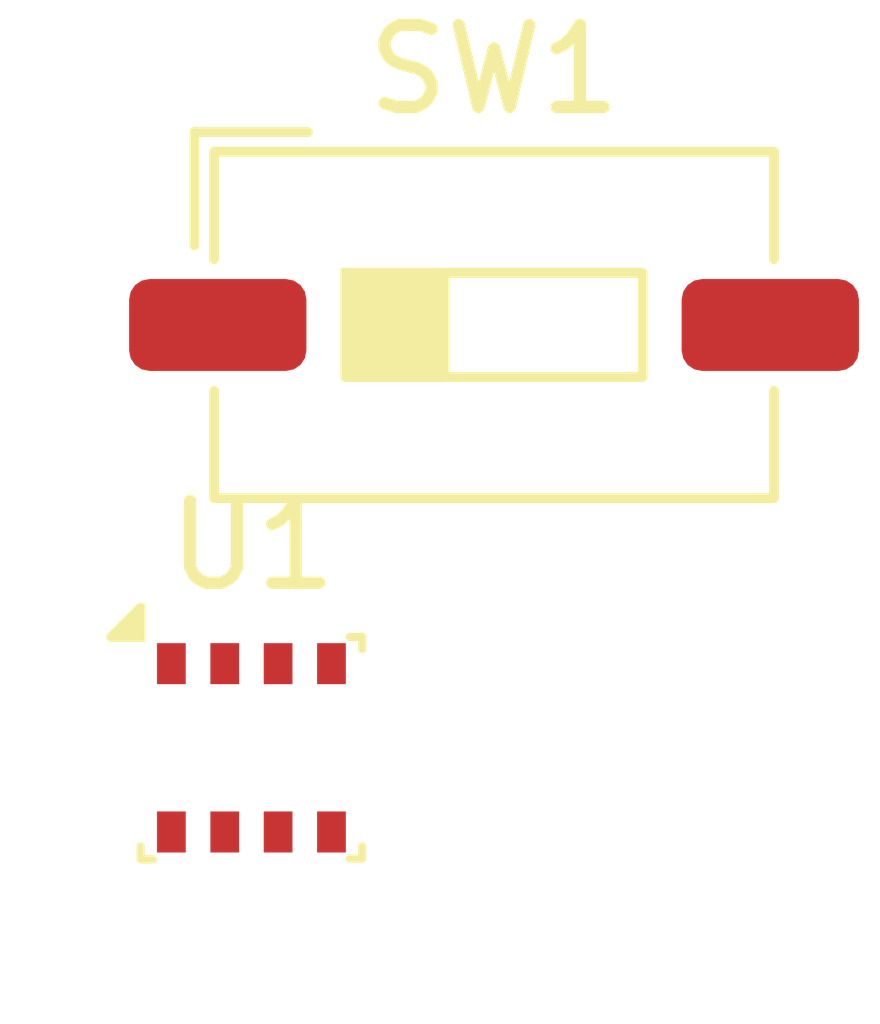
<source format=kicad_pcb>
(kicad_pcb (version 20241229) (generator "pcbnew") (generator_version "9.0")
  (layers (0 "F.Cu" signal) (2 "B.Cu" signal) (13 "F.Paste" user) (15 "B.Paste" user) (5 "F.SilkS" user "F.Silkscreen") (7 "B.SilkS" user "B.Silkscreen") (1 "F.Mask" user) (3 "B.Mask" user) (25 "Edge.Cuts" user))
  (net 0 "")
  (net 10 "/VDD")
  (footprint "Package_LGA:Bosch_LGA-8_2.5x2.5mm_P0.65mm_ClockwisePinNumbering" (layer "F.Cu") (at 135.93 115.65)
    (property "Reference" "U1" (at 0.015 -2.465 0) (layer "F.SilkS"))
    (property "Value" "BME280")
    (fp_line (start -1.35 1.35) (end -1.35 1.2) (stroke (width 0.1)) (layer "F.SilkS"))
    (fp_line (start -1.35 1.36) (end -1.2 1.36) (stroke (width 0.1)) (layer "F.SilkS"))
    (fp_line (start 1.2 -1.35) (end 1.35 -1.35) (stroke (width 0.1)) (layer "F.SilkS"))
    (fp_line (start 1.35 -1.35) (end 1.35 -1.2) (stroke (width 0.1)) (layer "F.SilkS"))
    (fp_line (start 1.35 1.35) (end 1.2 1.35) (stroke (width 0.1)) (layer "F.SilkS"))
    (fp_line (start 1.35 1.35) (end 1.35 1.2) (stroke (width 0.1)) (layer "F.SilkS"))
    (fp_poly (pts (xy -1.35 -1.35) (xy -1.71 -1.35) (xy -1.35 -1.71) (xy -1.35 -1.35)) (stroke (width 0.12)) (fill yes) (layer "F.SilkS"))
    (pad "1" smd rect (at -0.975 -1.025 90) (size 0.5 0.35) (layers "F.Cu" "F.Mask" "F.Paste"))
    (pad "2" smd rect (at -0.325 -1.025 90) (size 0.5 0.35) (layers "F.Cu" "F.Mask" "F.Paste"))
    (pad "3" smd rect (at 0.325 -1.025 90) (size 0.5 0.35) (layers "F.Cu" "F.Mask" "F.Paste"))
    (pad "4" smd rect (at 0.975 -1.025 90) (size 0.5 0.35) (layers "F.Cu" "F.Mask" "F.Paste"))
    (pad "5" smd rect (at 0.975 1.025 90) (size 0.5 0.35) (layers "F.Cu" "F.Mask" "F.Paste"))
    (pad "6" smd rect (at 0.325 1.025 90) (size 0.5 0.35) (layers "F.Cu" "F.Mask" "F.Paste"))
    (pad "7" smd rect (at -0.325 1.025 90) (size 0.5 0.35) (layers "F.Cu" "F.Mask" "F.Paste"))
    (pad "8" smd rect (at -0.975 1.025 90) (size 0.5 0.35) (layers "F.Cu" "F.Mask" "F.Paste") (net 10 "/VDD"))
  )
  (footprint "Button_Switch_SMD:SW_DIP_SPSTx01_Slide_6.7x4.1mm_W6.73mm_P2.54mm_LowProfile_JPin" (layer "F.Cu") (at 138.885 110.5)
    (property "Reference" "SW1" (at 0 -3.11 0) (layer "F.SilkS"))
    (property "Value" "SW_DIP_x01")
    (fp_line (start -3.65 -2.35) (end -3.65 -0.967) (stroke (width 0.12)) (layer "F.SilkS"))
    (fp_line (start -3.65 -2.35) (end -2.267 -2.35) (stroke (width 0.12)) (layer "F.SilkS"))
    (fp_line (start -3.41 -2.11) (end -3.41 -0.8) (stroke (width 0.12)) (layer "F.SilkS"))
    (fp_line (start -3.41 -2.11) (end 3.41 -2.11) (stroke (width 0.12)) (layer "F.SilkS"))
    (fp_line (start -3.41 0.8) (end -3.41 2.11) (stroke (width 0.12)) (layer "F.SilkS"))
    (fp_line (start -3.41 2.11) (end 3.41 2.11) (stroke (width 0.12)) (layer "F.SilkS"))
    (fp_line (start -0.603333 -0.635) (end -0.603333 0.635) (stroke (width 0.12)) (layer "F.SilkS"))
    (fp_line (start 3.41 -2.11) (end 3.41 -0.8) (stroke (width 0.12)) (layer "F.SilkS"))
    (fp_line (start 3.41 0.8) (end 3.41 2.11) (stroke (width 0.12)) (layer "F.SilkS"))
    (fp_rect (start -1.81 -0.635) (end -0.603333 0.635) (stroke (width 0.12)) (fill yes) (layer "F.SilkS"))
    (fp_rect (start -1.81 -0.635) (end 1.81 0.635) (stroke (width 0.12)) (fill no) (layer "F.SilkS"))
    (pad "1" smd roundrect (at -3.365 0) (size 2.16 1.12) (layers "F.Cu" "F.Mask" "F.Paste") (roundrect_rratio 0.223214))
    (pad "2" smd roundrect (at 3.365 0) (size 2.16 1.12) (layers "F.Cu" "F.Mask" "F.Paste") (roundrect_rratio 0.223214))
  )
)
</source>
